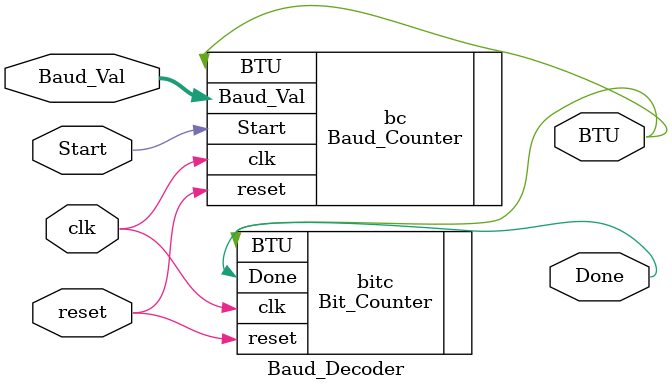
<source format=v>
`timescale 1ns / 1ps
module Baud_Decoder(clk,reset,Start,Done,Baud_Val,BTU);
	input clk,reset,Start;
	input[3:0] Baud_Val;
	output wire Done,BTU;
	
	Baud_Counter bc(.clk(clk),.reset(reset),.Start(Start),.Baud_Val(Baud_Val),
						 .BTU(BTU));
	
	Bit_Counter bitc(.clk(clk),.reset(reset),.BTU(BTU),.Done(Done));


endmodule

</source>
